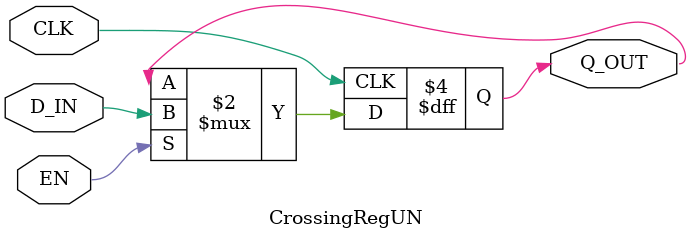
<source format=v>


// Permission is hereby granted, free of charge, to any person obtaining a copy
// of this software and associated documentation files (the "Software"), to deal
// in the Software without restriction, including without limitation the rights
// to use, copy, modify, merge, publish, distribute, sublicense, and/or sell
// copies of the Software, and to permit persons to whom the Software is
// furnished to do so, subject to the following conditions:

// The above copyright notice and this permission notice shall be included in
// all copies or substantial portions of the Software.

// THE SOFTWARE IS PROVIDED "AS IS", WITHOUT WARRANTY OF ANY KIND, EXPRESS OR
// IMPLIED, INCLUDING BUT NOT LIMITED TO THE WARRANTIES OF MERCHANTABILITY,
// FITNESS FOR A PARTICULAR PURPOSE AND NONINFRINGEMENT. IN NO EVENT SHALL THE
// AUTHORS OR COPYRIGHT HOLDERS BE LIABLE FOR ANY CLAIM, DAMAGES OR OTHER
// LIABILITY, WHETHER IN AN ACTION OF CONTRACT, TORT OR OTHERWISE, ARISING FROM,
// OUT OF OR IN CONNECTION WITH THE SOFTWARE OR THE USE OR OTHER DEALINGS IN
// THE SOFTWARE.
//
// $Revision: 17872 $
// $Date: 2009-09-18 10:32:56 -0400 (Fri, 18 Sep 2009) $

`ifdef BSV_ASSIGNMENT_DELAY
`else
`define BSV_ASSIGNMENT_DELAY
`endif


// Basic register without reset.
module CrossingRegUN(CLK, EN, D_IN, Q_OUT);
   parameter width = 1;

   input     CLK;
   input     EN;
   input [width - 1 : 0] D_IN;

   output [width - 1 : 0] Q_OUT;
   reg [width - 1 : 0]    Q_OUT;

`ifdef BSV_NO_INITIAL_BLOCKS
`else // not BSV_NO_INITIAL_BLOCKS
   // synopsys translate_off
   initial begin
      Q_OUT = {((width + 1)/2){2'b10}} ;
   end
   // synopsys translate_on
`endif // BSV_NO_INITIAL_BLOCKS

   
   always@(posedge CLK)
     begin
        if (EN)
          Q_OUT <= `BSV_ASSIGNMENT_DELAY D_IN;
     end
endmodule


</source>
